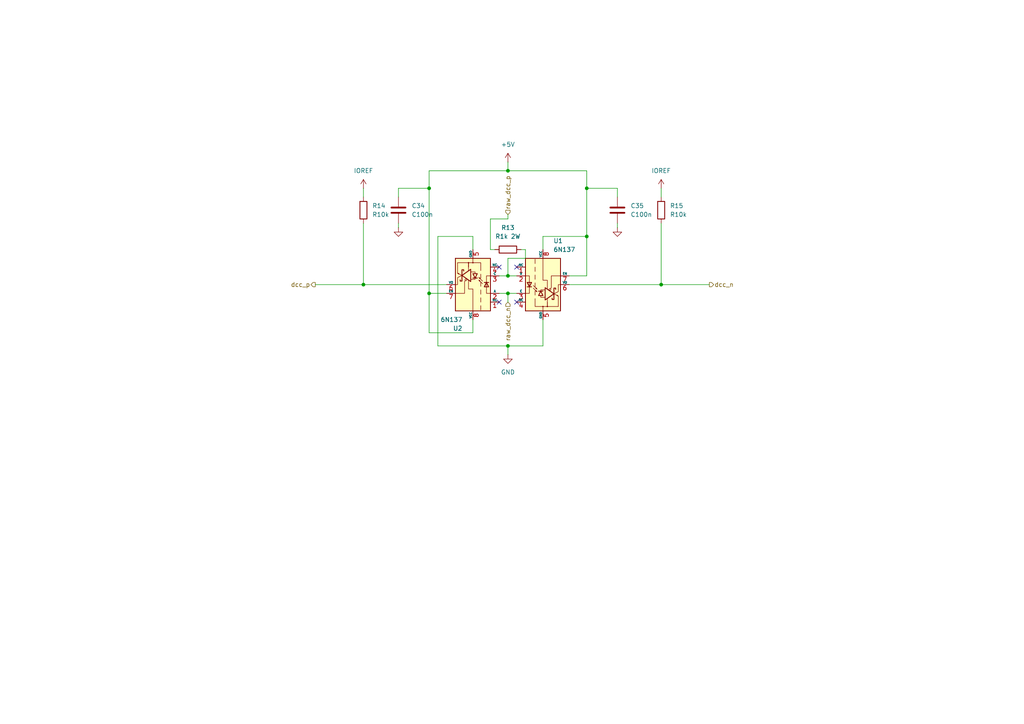
<source format=kicad_sch>
(kicad_sch (version 20231120) (generator "eeschema") (generator_version "8.0")
  (paper "A4")
  (lib_symbols
    (symbol "Device:C" (pin_numbers hide) (pin_names (offset 0.254))
      (property "Reference" "C" (at 0.635 2.54 0))
      (property "Value" "C" (at 0.635 -2.54 0))
      (symbol "C_0_1"
        (polyline (pts (xy -2.032 -0.762) (xy 2.032 -0.762)) (stroke (width 0.508)))
        (polyline (pts (xy -2.032 0.762) (xy 2.032 0.762)) (stroke (width 0.508)))
      )
      (symbol "C_1_1"
        (pin passive line (at 0 3.81 270) (length 2.794) (name "~") (number "1"))
        (pin passive line (at 0 -3.81 90) (length 2.794) (name "~") (number "2"))
      )
    )
    (symbol "Device:R" (pin_numbers hide) (pin_names (offset 0))
      (property "Reference" "R" (at 2.032 0 90))
      (property "Value" "R" (at 0 0 90))
      (symbol "R_0_1"
        (rectangle (start -1.016 -2.54) (end 1.016 2.54) (stroke (width 0.254)))
      )
      (symbol "R_1_1"
        (pin passive line (at 0 3.81 270) (length 1.27) (name "~") (number "1"))
        (pin passive line (at 0 -3.81 90) (length 1.27) (name "~") (number "2"))
      )
    )
    (symbol "Isolator:6N137" (pin_names (offset 0))
      (property "Reference" "U" (at -4.064 8.89 0))
      (property "Value" "6N137" (at 0 -8.89 0))
      (symbol "6N137_0_1"
        (polyline (pts (xy 0 -6.35) (xy -2.286 -6.35) (xy -2.286 -4.064)))
        (polyline (pts (xy -5.08 -2.54) (xy -3.937 -2.54) (xy -3.937 2.54) (xy -5.08 2.54)))
        (polyline (pts (xy 1.27 -5.08) (xy 1.27 -6.35) (xy 0 -6.35) (xy 0 -7.62)))
        (polyline (pts (xy 3.175 -2.667) (xy 0.635 -4.445) (xy 0.635 -0.889) (xy 3.175 -2.667)) (stroke (width 0.254)))
        (polyline (pts (xy -2.794 -1.016) (xy -1.717 -2.093) (xy -2.076 -1.914) (xy -1.896 -1.734) (xy -1.717 -2.093)))
        (polyline (pts (xy -2.794 -0.254) (xy -1.717 -1.331) (xy -2.076 -1.152) (xy -1.896 -0.972) (xy -1.717 -1.331)))
      )
      (symbol "6N137_1_1"
        (rectangle (start -5.08 7.62) (end 5.08 -7.62) (stroke (width 0.254)) (fill (type background)))
        (circle (center 0 -6.35) (radius 0.127) (fill (type outline)))
        (polyline (pts (xy -4.572 -0.635) (xy -3.302 -0.635)) (stroke (width 0.254)))
        (polyline (pts (xy -2.286 -1.778) (xy -2.286 -3.048)))
        (polyline (pts (xy -2.286 0.508) (xy -2.286 -0.762)))
        (polyline (pts (xy -2.286 2.794) (xy -2.286 1.524)))
        (polyline (pts (xy -2.286 5.08) (xy -2.286 3.81)))
        (polyline (pts (xy -2.286 7.366) (xy -2.286 6.096)))
        (polyline (pts (xy -1.27 -1.905) (xy 0 -1.905)) (stroke (width 0.254)))
        (polyline (pts (xy -0.635 -3.302) (xy -0.635 -3.683) (xy 0.635 -3.683)))
        (polyline (pts (xy -0.635 -1.905) (xy -0.635 -1.524) (xy 0.508 -1.524)))
        (polyline (pts (xy 1.27 -4.064) (xy 1.27 -6.35) (xy 4.445 -6.35)))
        (polyline (pts (xy 3.175 -2.667) (xy 4.445 -3.302) (xy 4.445 -6.35)))
        (polyline (pts (xy -3.937 -0.635) (xy -4.572 0.635) (xy -3.302 0.635) (xy -3.937 -0.635)) (stroke (width 0.254)))
        (polyline (pts (xy -0.635 -1.905) (xy -1.27 -3.175) (xy 0 -3.175) (xy -0.635 -1.905)) (stroke (width 0.254)))
        (polyline (pts (xy 1.27 -1.27) (xy 1.27 1.27) (xy 0 1.27) (xy 0 7.62)))
        (polyline (pts (xy 2.1844 -1.1684) (xy 2.413 -0.889) (xy 2.413 2.54) (xy 5.08 2.54)))
        (polyline (pts (xy 3.175 -2.667) (xy 3.175 -4.318) (xy 2.667 -4.318) (xy 2.667 -3.937)) (stroke (width 0.254)))
        (polyline (pts (xy 3.175 -2.667) (xy 3.175 -1.016) (xy 3.683 -1.016) (xy 3.683 -1.397)) (stroke (width 0.254)))
        (polyline (pts (xy 3.175 -2.667) (xy 4.445 -2.032) (xy 4.445 0) (xy 5.08 0)))
        (polyline (pts (xy 4.445 -3.302) (xy 4.161 -3.018) (xy 4.047 -3.246) (xy 4.445 -3.302)) (stroke (width 0.127)) (fill (type outline)))
        (circle (center 1.27 -6.35) (radius 0.127) (fill (type outline)))
        (circle (center 2.032 -1.397) (radius 0.254))
        (pin passive line (at -7.62 5.08 0) (length 2.54) (name "NC") (number "1"))
        (pin passive line (at -7.62 2.54 0) (length 2.54) (name "A") (number "2"))
        (pin passive line (at -7.62 -2.54 0) (length 2.54) (name "C") (number "3"))
        (pin passive line (at -7.62 -5.08 0) (length 2.54) (name "NC") (number "4"))
        (pin power_in line (at 0 -10.16 90) (length 2.54) (name "GND") (number "5"))
        (pin open_collector line (at 7.62 0 180) (length 2.54) (name "VO") (number "6"))
        (pin input line (at 7.62 2.54 180) (length 2.54) (name "EN") (number "7"))
        (pin power_in line (at 0 10.16 270) (length 2.54) (name "VCC") (number "8"))
      )
    )
    (symbol "power:+3.3V" (power) (pin_numbers hide) (pin_names (offset 0) hide)
      (property "Value" "+3.3V" (at 0 3.556 0))
      (symbol "+3.3V_0_1"
        (polyline (pts (xy -0.762 1.27) (xy 0 2.54)))
        (polyline (pts (xy 0 0) (xy 0 2.54)))
        (polyline (pts (xy 0 2.54) (xy 0.762 1.27)))
      )
      (symbol "+3.3V_1_1"
        (pin power_in line (at 0 0 90) (length 0) (name "~") (number "1"))
      )
    )
    (symbol "power:+5V" (power) (pin_numbers hide) (pin_names (offset 0) hide)
      (property "Value" "+5V" (at 0 3.556 0))
      (symbol "+5V_0_1"
        (polyline (pts (xy -0.762 1.27) (xy 0 2.54)))
        (polyline (pts (xy 0 0) (xy 0 2.54)))
        (polyline (pts (xy 0 2.54) (xy 0.762 1.27)))
      )
      (symbol "+5V_1_1"
        (pin power_in line (at 0 0 90) (length 0) (name "~") (number "1"))
      )
    )
    (symbol "power:GND" (power) (pin_numbers hide) (pin_names (offset 0) hide)
      (property "Value" "GND" (at 0 -3.81 0))
      (symbol "GND_0_1"
        (polyline (pts (xy 0 0) (xy 0 -1.27) (xy 1.27 -1.27) (xy 0 -2.54) (xy -1.27 -1.27) (xy 0 -1.27)))
      )
      (symbol "GND_1_1"
        (pin power_in line (at 0 0 270) (length 0) (name "~") (number "1"))
      )
    )
  )
  (junction (at 124.46 85.09))
  (junction (at 147.32 85.09))
  (junction (at 170.18 68.58))
  (junction (at 147.32 49.53))
  (junction (at 124.46 54.61))
  (junction (at 191.77 82.55))
  (junction (at 147.32 80.01))
  (junction (at 147.32 100.33))
  (junction (at 170.18 54.61))
  (junction (at 105.41 82.55))
  (no_connect (at 144.78 87.63))
  (no_connect (at 149.86 87.63))
  (no_connect (at 149.86 77.47))
  (no_connect (at 144.78 77.47))
  (wire (pts (xy 124.46 96.52) (xy 124.46 85.09)))
  (wire (pts (xy 157.48 68.58) (xy 170.18 68.58)))
  (wire (pts (xy 170.18 49.53) (xy 170.18 54.61)))
  (wire (pts (xy 144.78 85.09) (xy 147.32 85.09)))
  (wire (pts (xy 124.46 85.09) (xy 124.46 54.61)))
  (wire (pts (xy 165.1 80.01) (xy 170.18 80.01)))
  (wire (pts (xy 142.24 72.39) (xy 142.24 63.5)))
  (wire (pts (xy 115.57 64.77) (xy 115.57 66.04)))
  (wire (pts (xy 170.18 68.58) (xy 170.18 54.61)))
  (wire (pts (xy 157.48 100.33) (xy 147.32 100.33)))
  (wire (pts (xy 144.78 80.01) (xy 147.32 80.01)))
  (wire (pts (xy 124.46 96.52) (xy 137.16 96.52)))
  (wire (pts (xy 191.77 57.15) (xy 191.77 54.61)))
  (wire (pts (xy 105.41 64.77) (xy 105.41 82.55)))
  (wire (pts (xy 157.48 92.71) (xy 157.48 100.33)))
  (wire (pts (xy 179.07 57.15) (xy 179.07 54.61)))
  (wire (pts (xy 147.32 100.33) (xy 147.32 102.87)))
  (wire (pts (xy 170.18 80.01) (xy 170.18 68.58)))
  (wire (pts (xy 170.18 54.61) (xy 179.07 54.61)))
  (wire (pts (xy 147.32 74.93) (xy 147.32 80.01)))
  (wire (pts (xy 157.48 72.39) (xy 157.48 68.58)))
  (wire (pts (xy 137.16 68.58) (xy 127 68.58)))
  (wire (pts (xy 147.32 46.99) (xy 147.32 49.53)))
  (wire (pts (xy 137.16 72.39) (xy 137.16 68.58)))
  (wire (pts (xy 105.41 57.15) (xy 105.41 54.61)))
  (wire (pts (xy 124.46 49.53) (xy 124.46 54.61)))
  (wire (pts (xy 127 68.58) (xy 127 100.33)))
  (wire (pts (xy 191.77 82.55) (xy 205.74 82.55)))
  (wire (pts (xy 191.77 64.77) (xy 191.77 82.55)))
  (wire (pts (xy 147.32 87.63) (xy 147.32 85.09)))
  (wire (pts (xy 142.24 63.5) (xy 147.32 63.5)))
  (wire (pts (xy 124.46 85.09) (xy 129.54 85.09)))
  (wire (pts (xy 142.24 72.39) (xy 143.51 72.39)))
  (wire (pts (xy 152.4 72.39) (xy 152.4 74.93)))
  (wire (pts (xy 147.32 62.23) (xy 147.32 63.5)))
  (wire (pts (xy 170.18 49.53) (xy 147.32 49.53)))
  (wire (pts (xy 152.4 74.93) (xy 147.32 74.93)))
  (wire (pts (xy 165.1 82.55) (xy 191.77 82.55)))
  (wire (pts (xy 105.41 82.55) (xy 129.54 82.55)))
  (wire (pts (xy 179.07 64.77) (xy 179.07 66.04)))
  (wire (pts (xy 124.46 49.53) (xy 147.32 49.53)))
  (wire (pts (xy 91.44 82.55) (xy 105.41 82.55)))
  (wire (pts (xy 115.57 54.61) (xy 124.46 54.61)))
  (wire (pts (xy 137.16 92.71) (xy 137.16 96.52)))
  (wire (pts (xy 115.57 57.15) (xy 115.57 54.61)))
  (wire (pts (xy 147.32 100.33) (xy 127 100.33)))
  (wire (pts (xy 152.4 72.39) (xy 151.13 72.39)))
  (wire (pts (xy 147.32 80.01) (xy 149.86 80.01)))
  (wire (pts (xy 147.32 85.09) (xy 149.86 85.09)))
  (hierarchical_label "raw_dcc_p" (shape input) (at 147.32 62.23 90))
  (hierarchical_label "raw_dcc_n" (shape input) (at 147.32 87.63 270))
  (hierarchical_label "dcc_n" (shape output) (at 205.74 82.55 0))
  (hierarchical_label "dcc_p" (shape output) (at 91.44 82.55 180))
  (symbol (lib_id "power:GND") (at 179.07 66.04 0) (unit 1)
    (property "Reference" "#PWR059" (effects (hide yes)))
    (property "Value" "GND" (effects (hide yes)))
    (property "Description" "Power symbol creates a global label with name \"GND\" , ground" (effects (hide yes)))
  )
  (symbol (lib_id "power:GND") (at 147.32 102.87 0) (unit 1)
    (property "Reference" "#PWR056" (effects (hide yes)))
    (property "Value" "GND" (at 147.32 107.95 0))
    (property "Description" "Power symbol creates a global label with name \"GND\" , ground" (effects (hide yes)))
  )
  (symbol (lib_id "power:+3.3V") (at 105.41 54.61 0) (unit 1)
    (property "Reference" "#PWR054" (effects (hide yes)))
    (property "Value" "IOREF" (at 105.41 49.53 0))
    (property "Description" "Power symbol creates a global label with name \"+3.3V\"" (effects (hide yes)))
  )
  (symbol (lib_id "Device:C") (at 179.07 60.96 0) (unit 1)
    (property "Reference" "C35" (at 182.88 59.6899 0) (effects (justify left)))
    (property "Value" "C100n" (at 182.88 62.2299 0) (effects (justify left)))
    (property "Footprint" "Capacitor_SMD:C_0402_1005Metric_Pad0.74x0.62mm_HandSolder" (effects (hide yes)))
    (property "Description" "Unpolarized capacitor" (effects (hide yes)))
  )
  (symbol (lib_id "power:GND") (at 115.57 66.04 0) (unit 1)
    (property "Reference" "#PWR013" (effects (hide yes)))
    (property "Value" "GND" (effects (hide yes)))
    (property "Description" "Power symbol creates a global label with name \"GND\" , ground" (effects (hide yes)))
  )
  (symbol (lib_id "Device:C") (at 115.57 60.96 0) (unit 1)
    (property "Reference" "C34" (at 119.38 59.6899 0) (effects (justify left)))
    (property "Value" "C100n" (at 119.38 62.2299 0) (effects (justify left)))
    (property "Footprint" "Capacitor_SMD:C_0402_1005Metric_Pad0.74x0.62mm_HandSolder" (effects (hide yes)))
    (property "Description" "Unpolarized capacitor" (effects (hide yes)))
  )
  (symbol (lib_id "power:+3.3V") (at 191.77 54.61 0) (unit 1)
    (property "Reference" "#PWR011" (effects (hide yes)))
    (property "Value" "IOREF" (at 191.77 49.53 0))
    (property "Description" "Power symbol creates a global label with name \"+3.3V\"" (effects (hide yes)))
  )
  (symbol (lib_id "Isolator:6N137") (at 157.48 82.55 0) (unit 1)
    (property "Reference" "U1" (at 160.4965 69.85 0) (effects (justify left)))
    (property "Value" "6N137" (at 160.4965 72.39 0) (effects (justify left)))
    (property "Footprint" "Package_DIP:DIP-8_W7.62mm_SMDSocket_SmallPads" (effects (hide yes)))
    (property "Datasheet" "https://docs.broadcom.com/docs/AV02-0940EN" (effects (hide yes)))
    (property "Description" "Single High Speed LSTTL/TTL Compatible Optocoupler with enable, dV/dt 1000/us, VCM 10, max 7V VCC, DIP-8" (effects (hide yes)))
  )
  (symbol (lib_id "Device:R") (at 191.77 60.96 180) (unit 1)
    (property "Reference" "R15" (at 194.31 59.6899 0) (effects (justify right)))
    (property "Value" "R10k" (at 194.31 62.2299 0) (effects (justify right)))
    (property "Footprint" "Resistor_SMD:R_01005_0402Metric_Pad0.57x0.30mm_HandSolder" (effects (hide yes)))
    (property "Description" "Resistor" (effects (hide yes)))
  )
  (symbol (lib_id "Isolator:6N137") (at 137.16 82.55 180) (unit 1)
    (property "Reference" "U2" (at 134.1435 95.25 0) (effects (justify left)))
    (property "Value" "6N137" (at 134.1435 92.71 0) (effects (justify left)))
    (property "Footprint" "Package_DIP:DIP-8_W7.62mm_SMDSocket_SmallPads" (effects (hide yes)))
    (property "Datasheet" "https://docs.broadcom.com/docs/AV02-0940EN" (effects (hide yes)))
    (property "Description" "Single High Speed LSTTL/TTL Compatible Optocoupler with enable, dV/dt 1000/us, VCM 10, max 7V VCC, DIP-8" (effects (hide yes)))
  )
  (symbol (lib_id "Device:R") (at 105.41 60.96 180) (unit 1)
    (property "Reference" "R14" (at 107.95 59.6899 0) (effects (justify right)))
    (property "Value" "R10k" (at 107.95 62.2299 0) (effects (justify right)))
    (property "Footprint" "Resistor_SMD:R_01005_0402Metric_Pad0.57x0.30mm_HandSolder" (effects (hide yes)))
    (property "Description" "Resistor" (effects (hide yes)))
  )
  (symbol (lib_id "Device:R") (at 147.32 72.39 90) (unit 1)
    (property "Reference" "R13" (at 147.32 66.04 90))
    (property "Value" "R1k 2W" (at 147.32 68.58 90))
    (property "Footprint" "Resistor_SMD:R_01005_0402Metric_Pad0.57x0.30mm_HandSolder" (effects (hide yes)))
    (property "Description" "Resistor" (effects (hide yes)))
  )
  (symbol (lib_id "power:+5V") (at 147.32 46.99 0) (unit 1)
    (property "Reference" "#PWR055" (effects (hide yes)))
    (property "Value" "+5V" (at 147.32 41.91 0))
    (property "Description" "Power symbol creates a global label with name \"+5V\"" (effects (hide yes)))
  )
)
</source>
